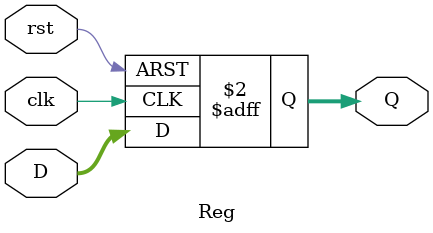
<source format=v>

module Reg#(
    parameter N = 10)
(
    input [N - 1:0] D,
    input rst,
    input clk,
    output reg [N - 1:0] Q
    );
    always @(posedge clk or posedge rst)
    begin
         if (rst)
         begin 
            Q <= 0;
         end 
         else 
         begin
            Q <= D; 
         end 
    end 
endmodule

</source>
